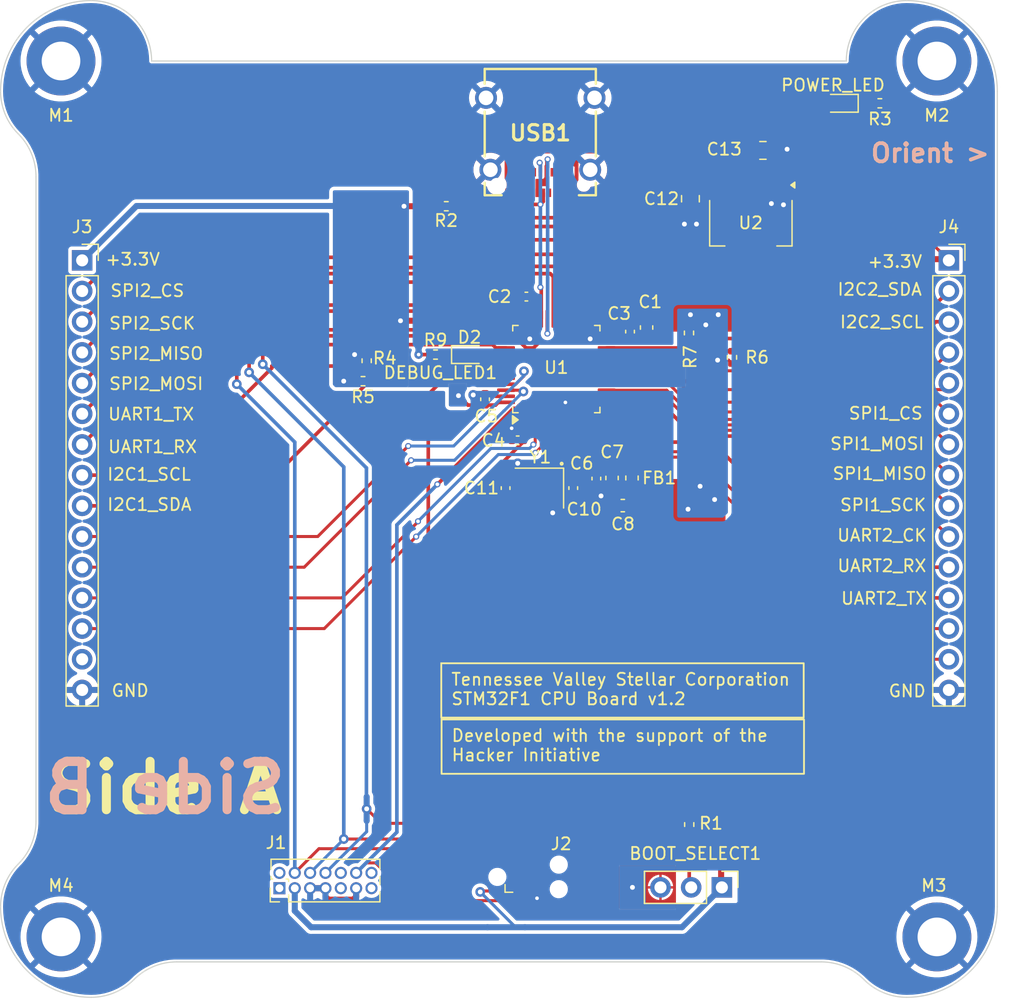
<source format=kicad_pcb>
(kicad_pcb (version 20221018) (generator pcbnew)
  (title_block (title "STM32F1 CPU Board") (date "2024-04-03") (rev "1.1") (company "Tennessee Valley Stellar Corporation"))
  (layers (0 "F.Cu" signal) (31 "B.Cu" power) (34 "B.Paste" user) (35 "F.Paste" user) (36 "B.SilkS" user "B.Silkscreen") (37 "F.SilkS" user "F.Silkscreen") (38 "B.Mask" user) (39 "F.Mask" user) (44 "Edge.Cuts" user))
  (property "PCB_VERSION" "1.2")
  (net 0 "")
  (net 1 "+3.3V")
  (net 2 "GND")
  (net 3 "+3.3VA")
  (net 5 "HSE_IN")
  (net 6 "VBUS")
  (net 7 "/PWR_LED_K")
  (net 8 "/DEBUG_LED")
  (net 9 "/DEBUG_LED_K")
  (net 10 "USB_D-")
  (net 11 "USB_D+")
  (net 12 "SW0")
  (net 13 "/sw_boot0")
  (net 14 "/BOOT0")
  (net 15 "HSE_OUT")
  (net 16 "SWCLK")
  (net 17 "SWDIO")
  (net 18 "CAN_RX")
  (net 19 "CAN_TX")
  (net 20 "I2C1_SDA")
  (net 21 "I2C1_SCL")
  (net 24 "UART1_RX")
  (net 25 "UART1_TX")
  (net 27 "SPI2_MOSI")
  (net 28 "SPI2_MISO")
  (net 29 "SPI2_SCK")
  (net 30 "I2C2_SDA")
  (net 31 "I2C2_SCL")
  (net 32 "UART2_CK")
  (net 33 "SPI1_MOSI")
  (net 34 "SPI1_MISO")
  (net 35 "SPI1_SCK")
  (net 36 "UART2_RX")
  (net 37 "UART2_TX")
  (net 38 "SPI2_CS")
  (net 39 "SPI1_CS")
  (net 43 "NRST")
  (net 58 "Net-(J1-T_SWO)")
  (net 59 "Net-(J2-T_SWO)")
  (net 60 "PWM_4")
  (net 61 "PWM_5")
  (net 62 "PWM_0")
  (net 63 "PWM_1")
  (net 64 "PWM_2")
  (net 65 "PWM_3")
  (footprint "Package_TO_SOT_SMD:SOT-223-3_TabPin2" (layer "F.Cu") (at 162.1 85.9 -90)
    (fp_text reference "U2")
    (fp_text value "AMS1117-3.3")
  )
  (footprint "Resistor_SMD:R_0402_1005Metric" (layer "F.Cu") (at 130.3 97.31 -90)
    (fp_text reference "R4")
    (fp_text value "1k5")
  )
  (footprint "LED_SMD:LED_0603_1608Metric" (layer "F.Cu") (at 138.8125 96.8)
    (fp_text reference "D2")
    (fp_text value "DEBUG_LED1")
  )
  (footprint "Capacitor_SMD:C_0402_1005Metric" (layer "F.Cu") (at 147.4 107.85 -90)
    (fp_text reference "C10")
    (fp_text value "10p")
  )
  (footprint "Inductor_SMD:L_0603_1608Metric" (layer "F.Cu") (at 152.262 107.014 -90)
    (fp_text reference "FB1")
    (fp_text value "120R")
  )
  (footprint "Resistor_SMD:R_0402_1005Metric" (layer "F.Cu") (at 130 99)
    (fp_text reference "R5")
    (fp_text value "1k5")
  )
  (footprint "footprints:12401832E402A" (layer "F.Cu") (at 144.67 78.385 180)
    (fp_text reference "USB1")
    (fp_text value "USB_C_Receptacle_Power_Only" hide)
  )
  (footprint "Capacitor_SMD:C_0603_1608Metric" (layer "F.Cu") (at 153.47 94.56 -90)
    (fp_text reference "C1")
    (fp_text value "10u")
  )
  (footprint "Resistor_SMD:R_0402_1005Metric" (layer "F.Cu") (at 136 96.8 180)
    (fp_text reference "R9")
    (fp_text value "1k5")
  )
  (footprint "Crystal:Crystal_SMD_3225-4Pin_3.2x2.5mm" (layer "F.Cu") (at 144.6 107.85 180)
    (fp_text reference "Y1")
    (fp_text value "16MHz")
  )
  (footprint "Resistor_SMD:R_0402_1005Metric" (layer "F.Cu") (at 172.7775 76)
    (fp_text reference "R3")
    (fp_text value "1k5")
  )
  (footprint "Package_QFP:LQFP-48_7x7mm_P0.5mm" (layer "F.Cu") (at 146 98 90)
    (fp_text reference "U1")
    (fp_text value "STM32F103C8T6")
  )
  (footprint "Capacitor_SMD:C_0603_1608Metric" (layer "F.Cu") (at 151.5 109.3 180)
    (fp_text reference "C8")
    (fp_text value "1u")
  )
  (footprint "Capacitor_SMD:C_0402_1005Metric" (layer "F.Cu") (at 142.8 103.9 180)
    (fp_text reference "C4")
    (fp_text value "100n")
  )
  (footprint "Capacitor_SMD:C_0603_1608Metric" (layer "F.Cu") (at 150.611 107.014 -90)
    (fp_text reference "C7")
    (fp_text value "1u")
  )
  (footprint "Capacitor_SMD:C_0402_1005Metric" (layer "F.Cu") (at 141.8 107.85 90)
    (fp_text reference "C11")
    (fp_text value "10p")
  )
  (footprint "Connector_PinSocket_2.54mm:PinSocket_1x15_P2.54mm_Vertical" (layer "F.Cu") (at 106.75 89)
    (fp_text reference "J3")
    (fp_text value "Conn_01x15_Pin")
  )
  (footprint "Capacitor_SMD:C_0402_1005Metric" (layer "F.Cu") (at 143.52 92)
    (fp_text reference "C2")
    (fp_text value "100n")
  )
  (footprint "Connector_PinHeader_2.54mm:PinHeader_1x03_P2.54mm_Vertical" (layer "F.Cu") (at 159.7 140.9 -90)
    (fp_text reference "BOOT_SELECT1")
    (fp_text value "Conn_01x03_Pin")
  )
  (footprint "MountingHole:MountingHole_3.2mm_M3_ISO7380_Pad_TopBottom" (layer "F.Cu") (at 177.5 145)
    (fp_text reference "M3")
    (fp_text value "M3")
  )
  (footprint "Resistor_SMD:R_0402_1005Metric" (layer "F.Cu") (at 136.89 84.52)
    (fp_text reference "R2")
    (fp_text value "1k5")
  )
  (footprint "MountingHole:MountingHole_3.2mm_M3_ISO7380_Pad_TopBottom" (layer "F.Cu") (at 105 72.5)
    (fp_text reference "M1")
    (fp_text value "M3")
  )
  (footprint "Capacitor_SMD:C_0402_1005Metric" (layer "F.Cu") (at 140.1 100.5 90)
    (fp_text reference "C5")
    (fp_text value "100n")
  )
  (footprint "Resistor_SMD:R_0402_1005Metric" (layer "F.Cu") (at 160.54 97.03 90)
    (fp_text reference "R6")
    (fp_text value "1k5")
  )
  (footprint "Connector_PinHeader_1.27mm:PinHeader_2x07_P1.27mm_Vertical" (layer "F.Cu") (at 123.08 140.97 90)
    (fp_text reference "J1")
    (fp_text value "STLINK_STDC14")
  )
  (footprint "Capacitor_SMD:C_0402_1005Metric" (layer "F.Cu") (at 152.1 94.9 -90)
    (fp_text reference "C3")
    (fp_text value "100n")
  )
  (footprint "Capacitor_SMD:C_0805_2012Metric" (layer "F.Cu") (at 163.1 79.9)
    (fp_text reference "C13")
    (fp_text value "22u")
  )
  (footprint "Connector_PinSocket_2.54mm:PinSocket_1x15_P2.54mm_Vertical" (layer "F.Cu") (at 178.49048 89)
    (fp_text reference "J4")
    (fp_text value "Conn_01x15_Pin")
  )
  (footprint "MountingHole:MountingHole_3.2mm_M3_ISO7380_Pad_TopBottom" (layer "F.Cu") (at 105 145)
    (fp_text reference "M4")
    (fp_text value "M3")
  )
  (footprint "MountingHole:MountingHole_3.2mm_M3_ISO7380_Pad_TopBottom" (layer "F.Cu") (at 177.5 72.5)
    (fp_text reference "M2")
    (fp_text value "M3")
  )
  (footprint "Resistor_SMD:R_0402_1005Metric" (layer "F.Cu") (at 156.98 95.01 -90)
    (fp_text reference "R7")
    (fp_text value "1k5")
  )
  (footprint "Capacitor_SMD:C_0805_2012Metric" (layer "F.Cu") (at 157.1 83.9 -90)
    (fp_text reference "C12")
    (fp_text value "22u")
  )
  (footprint "LED_SMD:LED_0603_1608Metric" (layer "F.Cu") (at 169.5 76 180)
    (fp_text reference "POWER_LED1" hide)
    (fp_text value "POWER_LED")
  )
  (footprint "Connector:Tag-Connect_TC2030-IDC-NL_2x03_P1.27mm_Vertical" (layer "F.Cu") (at 143.66 140.035)
    (fp_text reference "J2")
    (fp_text value "STLINK_TagConnect_6")
  )
  (footprint "Resistor_SMD:R_0402_1005Metric" (layer "F.Cu") (at 157 135.7 90)
    (fp_text reference "R1")
    (fp_text value "10k")
  )
  (footprint "Capacitor_SMD:C_0402_1005Metric" (layer "F.Cu") (at 149.312 107.062 -90)
    (fp_text reference "C6")
    (fp_text value "10n")
  )
  (footprint "NetTie:NetTie-3_SMD_Pad0.5mm" (layer "B.Cu") (at 130.3 134.4 90)
    (fp_text reference "NT1" hide)
    (fp_text value "SWO_Tie" hide)
  )
  (gr_circle (center 146.44 105.83) (end 146.44 105.92) (stroke (width 0.15)) (fill none) (layer "F.SilkS"))
  (gr_arc (start 175.000002 67.499998) (mid 180.303302 69.696698) (end 182.5 74.999998) (stroke (width 0.1)) (layer "Edge.Cuts"))
  (gr_line (start 182.5 74.999998) (end 182.5 142.499998) (stroke (width 0.1)) (layer "Edge.Cuts"))
  (gr_line (start 167.928932 147.071066) (end 114.571068 147.071066) (stroke (width 0.1)) (layer "Edge.Cuts"))
  (gr_line (start 102.928932 135.428932) (end 102.928932 82.071066) (stroke (width 0.1)) (layer "Edge.Cuts"))
  (gr_arc (start 111.035534 148.535534) (mid 109.413417 149.619397) (end 107.5 150) (stroke (width 0.1)) (layer "Edge.Cuts"))
  (gr_arc (start 107.5 150) (mid 102.196699 147.803301) (end 100 142.5) (stroke (width 0.1)) (layer "Edge.Cuts"))
  (gr_line (start 112.5 72.499998) (end 170 72.499998) (stroke (width 0.1)) (layer "Edge.Cuts"))
  (gr_arc (start 170 72.5) (mid 171.464466 68.964464) (end 175.000002 67.499998) (stroke (width 0.1)) (layer "Edge.Cuts"))
  (gr_arc (start 175 149.999998) (mid 173.086583 149.619396) (end 171.464466 148.535532) (stroke (width 0.1)) (layer "Edge.Cuts"))
  (gr_arc (start 101.464466 78.535532) (mid 102.548332 80.157648) (end 102.928932 82.071066) (stroke (width 0.1)) (layer "Edge.Cuts"))
  (gr_arc (start 167.928932 147.071066) (mid 169.842345 147.451677) (end 171.464466 148.535532) (stroke (width 0.1)) (layer "Edge.Cuts"))
  (gr_arc (start 107.5 67.499998) (mid 111.035534 68.964464) (end 112.5 72.499998) (stroke (width 0.1)) (layer "Edge.Cuts"))
  (gr_arc (start 101.464466 78.535532) (mid 100.380602 76.913415) (end 100 74.999998) (stroke (width 0.1)) (layer "Edge.Cuts"))
  (gr_arc (start 102.928932 135.428932) (mid 102.54832 137.342345) (end 101.464466 138.964466) (stroke (width 0.1)) (layer "Edge.Cuts"))
  (gr_arc (start 100 74.999998) (mid 102.196699 69.696697) (end 107.5 67.499998) (stroke (width 0.1)) (layer "Edge.Cuts"))
  (gr_arc (start 182.5 142.499998) (mid 180.303301 147.803299) (end 175 149.999998) (stroke (width 0.1)) (layer "Edge.Cuts"))
  (gr_arc (start 100 142.5) (mid 100.380602 140.586583) (end 101.464466 138.964466) (stroke (width 0.1)) (layer "Edge.Cuts"))
  (gr_arc (start 111.035534 148.535534) (mid 112.657649 147.451667) (end 114.571068 147.071068) (stroke (width 0.1)) (layer "Edge.Cuts"))
  (gr_text "Orient >" (at 182 81) (layer "B.SilkS") (effects (font (size 1.5 1.5) (thickness 0.3) bold) (justify right bottom)))
  (gr_text "Side B" (at 124 135) (layer "B.SilkS") (effects (font (size 4 4) (thickness 0.75) bold) (justify left bottom mirror)))
  (gr_text "UART2_CK" (at 169.16 112.35) (layer "F.SilkS") (effects (font (size 1 1)) (justify left bottom)))
  (gr_text "I2C2_SDA" (at 169.19 91.99) (layer "F.SilkS") (effects (font (size 1 1)) (justify left bottom)))
  (gr_text "SPI2_MISO" (at 108.9 97.3) (layer "F.SilkS") (effects (font (size 1 1)) (justify left bottom)))
  (gr_text "GND" (at 173.42 125.23) (layer "F.SilkS") (effects (font (size 1 1)) (justify left bottom)))
  (gr_text "UART2_TX" (at 169.48 117.57) (layer "F.SilkS") (effects (font (size 1 1)) (justify left bottom)))
  (gr_text "UART1_TX" (at 108.81 102.32) (layer "F.SilkS") (effects (font (size 1 1)) (justify left bottom)))
  (gr_text "SPI1_SCK" (at 169.4 109.83) (layer "F.SilkS") (effects (font (size 1 1)) (justify left bottom)))
  (gr_text "SPI1_MOSI" (at 168.58 104.77) (layer "F.SilkS") (effects (font (size 1 1)) (justify left bottom)))
  (gr_text "+3.3V" (at 171.69 89.69) (layer "F.SilkS") (effects (font (size 1 1)) (justify left bottom)))
  (gr_text "SPI1_MISO" (at 168.78 107.24) (layer "F.SilkS") (effects (font (size 1 1)) (justify left bottom)))
  (gr_text "UART2_RX" (at 169.18 114.87) (layer "F.SilkS") (effects (font (size 1 1)) (justify left bottom)))
  (gr_text "UART1_RX" (at 108.81 105.02) (layer "F.SilkS") (effects (font (size 1 1)) (justify left bottom)))
  (gr_text "SPI1_CS" (at 170.12 102.25) (layer "F.SilkS") (effects (font (size 1 1)) (justify left bottom)))
  (gr_text "Side A" (at 103.5 135) (layer "F.SilkS") (effects (font (size 4 4) (thickness 0.75) bold) (justify left bottom)))
  (gr_text "Orient >" (at 182 81) (layer "F.SilkS") (effects (font (size 1.5 1.5) (thickness 0.3) bold) (justify right bottom)))
  (gr_text "SPI2_CS" (at 109 92.1) (layer "F.SilkS") (effects (font (size 1 1)) (justify left bottom)))
  (gr_text "GND" (at 109.1 125.2) (layer "F.SilkS") (effects (font (size 1 1)) (justify left bottom)))
  (gr_text "+3.3V" (at 108.6 89.5) (layer "F.SilkS") (effects (font (size 1 1)) (justify left bottom)))
  (gr_text "I2C2_SCL" (at 169.39 94.69) (layer "F.SilkS") (effects (font (size 1 1)) (justify left bottom)))
  (gr_text "SPI2_SCK" (at 108.9 94.8) (layer "F.SilkS") (effects (font (size 1 1)) (justify left bottom)))
  (gr_text "SPI2_MOSI" (at 108.9 99.8) (layer "F.SilkS") (effects (font (size 1 1)) (justify left bottom)))
  (gr_text "I2C1_SDA" (at 108.74 109.8) (layer "F.SilkS") (effects (font (size 1 1)) (justify left bottom)))
  (gr_text "I2C1_SCL" (at 108.74 107.3) (layer "F.SilkS") (effects (font (size 1 1)) (justify left bottom)))
  (gr_text_box "Tennessee Valley Stellar Corporation\nSTM32F1 CPU Board v${PCB_VERSION}\n" (start 136.475 122.35) (end 166.475 126.85) (layer "F.SilkS") (effects (font (size 1 1)) (justify left top)) (stroke (width 0.15)))
  (gr_text_box "Developed with the support of the Hacker Initiative" (start 136.5 127) (end 166.5 131.5) (layer "F.SilkS") (effects (font (size 1 1)) (justify left top)) (stroke (width 0.15)))
  (segment (start 162.1 82.75) (end 162.1 79.95) (width 0.5) (layer "F.Cu") (net 1))
  (segment (start 168.7125 76) (end 166.05 76) (width 0.25) (layer "F.Cu") (net 1))
  (segment (start 143.04 93.7275) (end 143.15 93.8375) (width 0.5) (layer "F.Cu") (net 1))
  (segment (start 140.31 106.97) (end 143.28 104) (width 0.3) (layer "F.Cu") (net 1))
  (segment (start 162.25 88.9) (end 162.1 89.05) (width 0.5) (layer "F.Cu") (net 1))
  (segment (start 159.64 109.34) (end 159.1 108.8) (width 0.5) (layer "F.Cu") (net 1))
  (segment (start 159.35 97.26) (end 160.26 97.26) (width 0.25) (layer "F.Cu") (net 1))
  (segment (start 150.9925 94.42) (end 152.1 94.42) (width 0.3) (layer "F.Cu") (net 1))
  (segment (start 178.49048 89) (end 178.39048 88.9) (width 0.5) (layer "F.Cu") (net 1))
  (segment (start 141.8375 100.75) (end 141.2 100.75) (width 0.3) (layer "F.Cu") (net 1))
  (segment (start 178.39048 88.9) (end 162.25 88.9) (width 0.5) (layer "F.Cu") (net 1))
  (segment (start 140.97 100.98) (end 140.1 100.98) (width 0.3) (layer "F.Cu") (net 1))
  (segment (start 141.2 100.75) (end 140.97 100.98) (width 0.3) (layer "F.Cu") (net 1))
  (segment (start 160.26 97.26) (end 160.54 97.54) (width 0.25) (layer "F.Cu") (net 1))
  (segment (start 159.7 140.9) (end 159.64 140.84) (width 0.5) (layer "F.Cu") (net 1))
  (segment (start 139.7 141.275) (end 139.775 141.2) (width 0.25) (layer "F.Cu") (net 1))
  (segment (start 152.262 107.8015) (end 152.262 109.287) (width 0.5) (layer "F.Cu") (net 1))
  (segment (start 143.25 103.87) (end 143.28 103.9) (width 0.3) (layer "F.Cu") (net 1))
  (segment (start 138.68 100.98) (end 137.9 100.2) (width 0.3) (layer "F.Cu") (net 1))
  (segment (start 152.37 94.15) (end 152.1 94.42) (width 0.5) (layer "F.Cu") (net 1))
  (segment (start 150.1625 95.25) (end 150.9925 94.42) (width 0.3) (layer "F.Cu") (net 1))
  (segment (start 133.39 84.52) (end 136.38 84.52) (width 0.5) (layer "F.Cu") (net 1))
  (segment (start 142.07 110.67) (end 140.31 108.91) (width 0.3) (layer "F.Cu") (net 1))
  (segment (start 143.28 104) (end 143.28 103.9) (width 0.3) (layer "F.Cu") (net 1))
  (segment (start 162.1 79.95) (end 162.15 79.9) (width 0.5) (layer "F.Cu") (net 1))
  (segment (start 159.64 140.84) (end 159.64 109.34) (width 0.5) (layer "F.Cu") (net 1))
  (segment (start 143.25 102.1625) (end 143.25 103.87) (width 0.3) (layer "F.Cu") (net 1))
  (segment (start 129.49 99) (end 128.4 99) (width 0.3) (layer "F.Cu") (net 1))
  (segment (start 140.1 100.98) (end 138.68 100.98) (width 0.3) (layer "F.Cu") (net 1))
  (segment (start 166.05 76) (end 162.15 79.9) (width 0.25) (layer "F.Cu") (net 1))
  (segment (start 143.04 92) (end 143.04 93.7275) (width 0.5) (layer "F.Cu") (net 1))
  (segment (start 129.3 96.8) (end 130.3 96.8) (width 0.5) (layer "F.Cu") (net 1))
  (segment (start 168.7125 76) (end 168.7125 79.22202) (width 0.25) (layer "F.Cu") (net 1))
  (segment (start 155.83 110.67) (end 142.07 110.67) (width 0.3) (layer "F.Cu") (net 1))
  (segment (start 141.04 94) (end 143.04 92) (width 0.5) (layer "F.Cu") (net 1))
  (segment (start 143.25 93.8375) (end 143.25 93.2) (width 0.3) (layer "F.Cu") (net 1))
  (segment (start 153.4 94.15) (end 152.37 94.15) (width 0.5) (layer "F.Cu") (net 1))
  (segment (start 152.262 109.287) (end 152.275 109.3) (width 0.5) (layer "F.Cu") (net 1))
  (segment (start 140.31 108.91) (end 140.31 106.97) (width 0.3) (layer "F.Cu") (net 1))
  (segment (start 168.7125 79.22202) (end 178.49048 89) (width 0.25) (layer "F.Cu") (net 1))
  (segment (start 141.93 141.2) (end 142.46 140.67) (width 0.25) (layer "F.Cu") (net 1))
  (segment (start 133.1 94) (end 141.04 94) (width 0.5) (layer "F.Cu") (net 1))
  (segment (start 156.9 109.6) (end 155.83 110.67) (width 0.3) (layer "F.Cu") (net 1))
  (segment (start 139.775 141.2) (end 141.93 141.2) (width 0.25) (layer "F.Cu") (net 1))
  (via (at 133.1 94) (size 0.8) (drill 0.4) (layers "F.Cu" "B.Cu") (net 1))
  (via (at 157.9 107.7) (size 0.8) (drill 0.4) (layers "F.Cu" "B.Cu") (net 1))
  (via (at 159.4 93.5) (size 0.8) (drill 0.4) (layers "F.Cu" "B.Cu") (net 1))
  (via (at 156.9 109.6) (size 0.8) (drill 0.4) (layers "F.Cu" "B.Cu") (net 1))
  (via (at 157.1 93.5) (size 0.8) (drill 0.4) (layers "F.Cu" "B.Cu") (net 1))
  (via (at 128.4 99) (size 0.8) (drill 0.4) (layers "F.Cu" "B.Cu") (net 1))
  (via (at 159.35 97.26) (size 0.8) (drill 0.4) (layers "F.Cu" "B.Cu") (net 1))
  (via (at 159.1 108.8) (size 0.8) (drill 0.4) (layers "F.Cu" "B.Cu") (net 1))
  (via (at 139.7 141.275) (size 0.8) (drill 0.4) (layers "F.Cu" "B.Cu") (net 1))
  (via (at 129.3 96.8) (size 0.8) (drill 0.4) (layers "F.Cu" "B.Cu") (net 1))
  (via (at 158.37 94.34) (size 0.8) (drill 0.4) (layers "F.Cu" "B.Cu") (net 1))
  (via (at 133.39 84.52) (size 0.8) (drill 0.4) (layers "F.Cu" "B.Cu") (net 1))
  (via (at 137.9 100.2) (size 0.8) (drill 0.4) (layers "F.Cu" "B.Cu") (net 1))
  (segment (start 142.625 144.2) (end 143.4 144.2) (width 0.25) (layer "B.Cu") (net 1))
  (segment (start 125.7 144.2) (end 124.35 142.85) (width 0.5) (layer "B.Cu") (net 1))
  (segment (start 156.4 144.2) (end 143.4 144.2) (width 0.5) (layer "B.Cu") (net 1))
  (segment (start 133.37 84.5) (end 111.25 84.5) (width 0.5) (layer "B.Cu") (net 1))
  (segment (start 133.41 84.5) (end 133.39 84.52) (width 0.5) (layer "B.Cu") (net 1))
  (segment (start 143.4 144.2) (end 140.3 144.2) (width 0.5) (layer "B.Cu") (net 1))
  (segment (start 159.7 140.9) (end 156.4 144.2) (width 0.5) (layer "B.Cu") (net 1))
  (segment (start 133.39 84.52) (end 133.37 84.5) (width 0.5) (layer "B.Cu") (net 1))
  (segment (start 111.25 84.5) (end 106.75 89) (width 0.5) (layer "B.Cu") (net 1))
  (segment (start 124.35 142.85) (end 124.35 140.97) (width 0.5) (layer "B.Cu") (net 1))
  (segment (start 139.7 141.275) (end 142.625 144.2) (width 0.25) (layer "B.Cu") (net 1))
  (segment (start 140.3 144.2) (end 125.7 144.2) (width 0.5) (layer "B.Cu") (net 1))
  (segment (start 143.75 92.998958) (end 144 92.748958) (width 0.3) (layer "F.Cu") (net 2))
  (segment (start 150.611 107.789) (end 150.611 109.186) (width 0.5) (layer "F.Cu") (net 2))
  (segment (start 174 76) (end 177.5 72.5) (width 0.25) (layer "F.Cu") (net 2))
  (segment (start 150.611 107.789) (end 150.411 107.789) (width 0.5) (layer "F.Cu") (net 2))
  (segment (start 144.93 140.67) (end 144.93 141.27) (width 0.5) (layer "F.Cu") (net 2))
  (segment (start 129.43 140.97) (end 129.43 141.677106) (width 0.5) (layer "F.Cu") (net 2))
  (segment (start 143.5 107) (end 142.17 107) (width 0.3) (layer "F.Cu") (net 2))
  (segment (start 150.411 107.789) (end 149.7 108.5) (width 0.5) (layer "F.Cu") (net 2))
  (segment (start 153.425 95.38) (end 152.1 95.38) (width 0.5) (layer "F.Cu") (net 2))
  (segment (start 164.4 82.75) (end 164.4 80.25) (width 0.5) (layer "F.Cu") (net 2))
  (segment (start 142.32 103.9) (end 142.3 102.9) (width 0.3) (layer "F.Cu") (net 2))
  (segment (start 173.2875 76) (end 174 76) (width 0.25) (layer "F.Cu") (net 2))
  (segment (start 151.73 95.75) (end 152.1 95.38) (width 0.3) (layer "F.Cu") (net 2))
  (segment (start 146.750382 100.760492) (end 146.750382 101.249618) (width 0.3) (layer "F.Cu") (net 2))
  (segment (start 149.05 95.75) (end 148.8 95.5) (width 0.3) (layer "F.Cu") (net 2))
  (segment (start 127.132894 141.92) (end 126.89 141.677106) (width 0.5) (layer "F.Cu") (net 2))
  (segment (start 143.5 106.5) (end 142.8 105.8) (width 0.3) (layer "F.Cu") (net 2))
  (segment (start 129.43 141.677106) (end 129.187106 141.92) (width 0.5) (layer "F.Cu") (net 2))
  (segment (start 126.89 141.677106) (end 126.89 140.97) (width 0.5) (layer "F.Cu") (net 2))
  (segment (start 149.559 107.789) (end 149.312 107.542) (width 0.5) (layer "F.Cu") (net 2))
  (segment (start 153.47 95.335) (end 153.425 95.38) (width 0.5) (layer "F.Cu") (net 2))
  (segment (start 143.75 93.8375) (end 143.75 95.45) (width 0.3) (layer "F.Cu") (net 2))
  (segment (start 148.59 81.71) (end 148.8 81.5) (width 0.25) (layer "F.Cu") (net 2))
  (segment (start 146.750382 101.249618) (end 146.75 101.25) (width 0.3) (layer "F.Cu") (net 2))
  (segment (start 144 92.748958) (end 144 92) (width 0.3) (layer "F.Cu") (net 2))
  (segment (start 140.998958 100.25) (end 140.768958 100.02) (width 0.3) (layer "F.Cu") (net 2))
  (segment (start 139.24 100.02) (end 139.12 100.14) (width 0.3) (layer "F.Cu") (net 2))
  (segment (start 144.93 141.27) (end 144.4 141.8) (width 0.5) (layer "F.Cu") (net 2))
  (segment (start 143.5 107) (end 143.5 106.5) (width 0.3) (layer "F.Cu") (net 2))
  (segment (start 142.3 102.9) (end 142.32 102.92) (width 0.3) (layer "F.Cu") (net 2))
  (segment (start 145.7 108.7) (end 147.03 108.7) (width 0.3) (layer "F.Cu") (net 2))
  (segment (start 150.1625 95.75) (end 151.73 95.75) (width 0.3) (layer "F.Cu") (net 2))
  (segment (start 146.75 101.25) (end 146.75 102.1625) (width 0.3) (layer "F.Cu") (net 2))
  (segment (start 142.17 107) (end 141.8 107.37) (width 0.3) (layer "F.Cu") (net 2))
  (segment (start 150.611 109.186) (end 150.725 109.3) (width 0.5) (layer "F.Cu") (net 2))
  (segment (start 135.49 96.8) (end 134.6 96.8) (width 0.3) (layer "F.Cu") (net 2))
  (segment (start 145.7 108.7) (end 145.7 109.9) (width 0.3) (layer "F.Cu") (net 2))
  (segment (start 143.75 95.45) (end 143.8 95.5) (width 0.3) (layer "F.Cu") (net 2))
  (segment (start 140.768958 100.02) (end 140.1 100.02) (width 0.3) (layer "F.Cu") (net 2))
  (segment (start 150.1625 95.75) (end 149.05 95.75) (width 0.3) (layer "F.Cu") (net 2))
  (segment (start 164.4 80.25) (end 164.05 79.9) (width 0.5) (layer "F.Cu") (net 2))
  (segment (start 140.1 100.02) (end 139.24 100.02) (width 0.3) (layer "F.Cu") (net 2))
  (segment (start 147.03 108.7) (end 147.4 108.33) (width 0.3) (layer "F.Cu") (net 2))
  (segment (start 129.187106 141.92) (end 127.132894 141.92) (width 0.5) (layer "F.Cu") (net 2))
  (segment (start 125.62 140.97) (end 126.89 140.97) (width 0.5) (layer "F.Cu") (net 2))
  (segment (start 141.8375 100.25) (end 140.998958 100.25) (width 0.3) (layer "F.Cu") (net 2))
  (segment (start 150.611 107.789) (end 149.559 107.789) (width 0.5) (layer "F.Cu") (net 2))
  (segment (start 143.75 93.8375) (end 143.75 92.998958) (width 0.3) (layer "F.Cu") (net 2))
  (via (at 145.7 109.9) (size 0.8) (drill 0.4) (layers "F.Cu" "B.Cu") (net 2))
  (via (at 139.12 100.14) (size 0.8) (drill 0.4) (layers "F.Cu" "B.Cu") (net 2))
  (via (at 156.6 86) (size 0.8) (drill 0.4) (layers "F.Cu" "B.Cu") (net 2))
  (via (at 146.750382 100.760492) (size 0.7) (drill 0.3) (layers "F.Cu" "B.Cu") (net 2))
  (via (at 149.7 108.5) (size 0.8) (drill 0.4) (layers "F.Cu" "B.Cu") (net 2))
  (via (at 157.6 86) (size 0.8) (drill 0.4) (layers "F.Cu" "B.Cu") (net 2))
  (via (at 142.3 102.9) (size 0.7) (drill 0.3) (layers "F.Cu" "B.Cu") (net 2))
  (via (at 144.4 141.8) (size 0.5) (drill 0.3) (layers "F.Cu" "B.Cu") (net 2))
  (via (at 164.8 84.4) (size 0.8) (drill 0.4) (layers "F.Cu" "B.Cu") (net 2))
  (via (at 142.8 105.8) (size 0.8) (drill 0.4) (layers "F.Cu" "B.Cu") (net 2))
  (via (at 148.8 95.5) (size 0.8) (drill 0.4) (layers "F.Cu" "B.Cu") (net 2))
  (via (at 152.3 140.9) (size 0.8) (drill 0.4) (layers "F.Cu" "B.Cu") (net 2))
  (via (at 163.8 84.3) (size 0.8) (drill 0.4) (layers "F.Cu" "B.Cu") (net 2))
  (via (at 165.1 79.8) (size 0.8) (drill 0.4) (layers "F.Cu" "B.Cu") (net 2))
  (via (at 143.8 95.5) (size 0.8) (drill 0.4) (layers "F.Cu" "B.Cu") (net 2))
  (via (at 134.6 96.8) (size 0.7) (drill 0.3) (layers "F.Cu" "B.Cu") (net 2))
  (segment (start 149.655 106.239) (end 149.312 106.582) (width 0.5) (layer "F.Cu") (net 3))
  (segment (start 150.611 106.239) (end 149.655 106.239) (width 0.5) (layer "F.Cu") (net 3))
  (segment (start 152.262 106.2265) (end 150.6235 106.2265) (width 0.5) (layer "F.Cu") (net 3))
  (segment (start 147.25 102.1625) (end 147.25 104.52) (width 0.3) (layer "F.Cu") (net 3))
  (segment (start 150.6235 106.2265) (end 150.611 106.239) (width 0.5) (layer "F.Cu") (net 3))
  (segment (start 147.25 104.52) (end 149.312 106.582) (width 0.3) (layer "F.Cu") (net 3))
  (segment (start 145.75 102.1625) (end 145.75 106.95) (width 0.3) (layer "F.Cu") (net 5))
  (segment (start 146.85 107) (end 145.7 107) (width 0.3) (layer "F.Cu") (net 5))
  (segment (start 147.22 107.37) (end 146.85 107) (width 0.3) (layer "F.Cu") (net 5))
  (segment (start 145.75 106.95) (end 145.7 107) (width 0.3) (layer "F.Cu") (net 5))
  (segment (start 147.4 107.37) (end 147.22 107.37) (width 0.3) (layer "F.Cu") (net 5))
  (segment (start 157.1 82.95) (end 155.84 84.21) (width 0.5) (layer "F.Cu") (net 6))
  (segment (start 145.92 83.41) (end 145.92 82.61) (width 0.25) (layer "F.Cu") (net 6))
  (segment (start 146.17 82.36) (end 146.17 81.71) (width 0.25) (layer "F.Cu") (net 6))
  (segment (start 145.92 82.61) (end 146.17 82.36) (width 0.25) (layer "F.Cu") (net 6))
  (segment (start 143.67 82.36) (end 143.67 81.71) (width 0.25) (layer "F.Cu") (net 6))
  (segment (start 144.2 79.9) (end 154.05 79.9) (width 0.5) (layer "F.Cu") (net 6))
  (segment (start 146.11 84.21) (end 146.1 84.2) (width 0.5) (layer "F.Cu") (net 6))
  (segment (start 159.6 82.95) (end 159.8 82.75) (width 0.25) (layer "F.Cu") (net 6))
  (segment (start 145.92 83.41) (end 145.92 84.02) (width 0.25) (layer "F.Cu") (net 6))
  (segment (start 146.17 81.13) (end 146.17 81.71) (width 0.25) (layer "F.Cu") (net 6))
  (segment (start 143.42 82.61) (end 143.67 82.36) (width 0.25) (layer "F.Cu") (net 6))
  (segment (start 143.67 81.71) (end 143.67 81.089239) (width 0.25) (layer "F.Cu") (net 6))
  (segment (start 159.8 82.75) (end 159.8 82.2) (width 0.5) (layer "F.Cu") (net 6))
  (segment (start 143.42 83.41) (end 143.42 82.61) (width 0.25) (layer "F.Cu") (net 6))
  (segment (start 143.67 80.43) (end 144.2 79.9) (width 0.5) (layer "F.Cu") (net 6))
  (segment (start 155.84 84.21) (end 146.11 84.21) (width 0.5) (layer "F.Cu") (net 6))
  (segment (start 143.67 80.91) (end 143.67 80.43) (width 0.5) (layer "F.Cu") (net 6))
  (segment (start 147.4 79.9) (end 146.17 81.13) (width 0.25) (layer "F.Cu") (net 6))
  (segment (start 159.8 82.75) (end 157.3 82.75) (width 0.5) (layer "F.Cu") (net 6))
  (segment (start 154.05 79.9) (end 157.1 82.95) (width 0.5) (layer "F.Cu") (net 6))
  (segment (start 145.92 84.02) (end 146.1 84.2) (width 0.25) (layer "F.Cu") (net 6))
  (segment (start 170.2875 76) (end 172.2675 76) (width 0.5) (layer "F.Cu") (net 7))
  (segment (start 141.8375 96.75) (end 139.65 96.75) (width 0.3) (layer "F.Cu") (net 8))
  (segment (start 139.65 96.75) (end 139.6 96.8) (width 0.3) (layer "F.Cu") (net 8))
  (segment (start 138.025 96.8) (end 136.51 96.8) (width 0.3) (layer "F.Cu") (net 9))
  (segment (start 145.25 95.05) (end 145.26 95.06) (width 0.2) (layer "F.Cu") (net 10))
  (segment (start 145.25 93.8375) (end 145.25 95.05) (width 0.3) (layer "F.Cu") (net 10))
  (segment (start 145.17 81.218529) (end 145.17 81.71) (width 0.3) (layer "F.Cu") (net 10))
  (segment (start 145.28 80.638099) (end 145.22 80.698099) (width 0.3) (layer "F.Cu") (net 10))
  (segment (start 145.22 80.698099) (end 145.22 81.168529) (width 0.3) (layer "F.Cu") (net 10))
  (segment (start 145.22 81.168529) (end 145.17 81.218529) (width 0.3) (layer "F.Cu") (net 10))
  (segment (start 145.21 81.67) (end 145.17 81.71) (width 0.2) (layer "F.Cu") (net 10))
  (segment (start 145.2 93.7875) (end 145.25 93.8375) (width 0.2) (layer "F.Cu") (net 10))
  (segment (start 145.200003 81.679997) (end 145.17 81.71) (width 0.2) (layer "F.Cu") (net 10))
  (via (at 145.28 80.638099) (size 0.5) (drill 0.3) (layers "F.Cu" "B.Cu") (net 10))
  (via (at 145.26 95.06) (size 0.5) (drill 0.3) (layers "F.Cu" "B.Cu") (net 10))
  (segment (start 145.28 95.04) (end 145.28 80.638099) (width 0.3) (layer "B.Cu") (net 10))
  (segment (start 145.26 95.06) (end 145.28 95.04) (width 0.3) (layer "B.Cu") (net 10))
  (segment (start 144.75 91.3) (end 144.75 93.8375) (width 0.3) (layer "F.Cu") (net 11))
  (segment (start 144.67 80.97) (end 144.67 81.71) (width 0.3) (layer "F.Cu") (net 11))
  (segment (start 144.92 84.13) (end 144.92 83.41) (width 0.3) (layer "F.Cu") (net 11))
  (segment (start 144.62 80.92) (end 144.67 80.97) (width 0.3) (layer "F.Cu") (net 11))
  (segment (start 144.68 91.23) (end 144.75 91.3) (width 0.3) (layer "F.Cu") (net 11))
  (segment (start 137.55 84.37) (end 137.4 84.52) (width 0.3) (layer "F.Cu") (net 11))
  (segment (start 144.68 84.37) (end 137.55 84.37) (width 0.3) (layer "F.Cu") (net 11))
  (segment (start 144.68 84.37) (end 144.92 84.13) (width 0.3) (layer "F.Cu") (net 11))
  (via (at 144.68 84.37) (size 0.5) (drill 0.3) (layers "F.Cu" "B.Cu") (net 11))
  (via (at 144.68 91.23) (size 0.5) (drill 0.3) (layers "F.Cu" "B.Cu") (net 11))
  (via (at 144.62 80.92) (size 0.5) (drill 0.3) (layers "F.Cu" "B.Cu") (net 11))
  (segment (start 144.68 91.23) (end 144.68 80.98) (width 0.3) (layer "B.Cu") (net 11))
  (segment (start 144.68 80.98) (end 144.62 80.92) (width 0.3) (layer "B.Cu") (net 11))
  (segment (start 121.7 96.8) (end 122.525 95.975) (width 0.3) (layer "F.Cu") (net 12))
  (segment (start 122.525 95.975) (end 140.72188 95.975) (width 0.3) (layer "F.Cu") (net 12))
  (segment (start 140.72188 95.975) (end 140.99688 96.25) (width 0.3) (layer "F.Cu") (net 12))
  (segment (start 121.7 97.6) (end 121.7 96.8) (width 0.3) (layer "F.Cu") (net 12))
  (segment (start 140.99688 96.25) (end 141.8375 96.25) (width 0.3) (layer "F.Cu") (net 12))
  (via (at 121.7 97.6) (size 0.8) (drill 0.4) (layers "F.Cu" "B.Cu") (net 12))
  (segment (start 130.3 133.4) (end 130.2805 133.3805) (width 0.3) (layer "B.Cu") (net 12))
  (segment (start 130.2805 106.1805) (end 121.7 97.6) (width 0.3) (layer "B.Cu") (net 12))
  (segment (start 130.2805 133.3805) (end 130.2805 106.1805) (width 0.3) (layer "B.Cu") (net 12))
  (segment (start 157 136.21) (end 157 140.74) (width 0.3) (layer "F.Cu") (net 13))
  (segment (start 157 140.74) (end 157.16 140.9) (width 0.3) (layer "F.Cu") (net 13))
  (segment (start 136.75 98.75) (end 135.4 100.1) (width 0.3) (layer "F.Cu") (net 14))
  (segment (start 135.4 113.59) (end 157 135.19) (width 0.3) (layer "F.Cu") (net 14))
  (segment (start 135.4 100.1) (end 135.4 113.59) (width 0.3) (layer "F.Cu") (net 14))
  (segment (start 141.8375 98.75) (end 136.75 98.75) (width 0.3) (layer "F.Cu") (net 14))
  (segment (start 144.55 108.35) (end 144.2 108.7) (width 0.3) (layer "F.Cu") (net 15))
  (segment (start 145.25 102.1625) (end 145.25 103.00312) (width 0.3) (layer "F.Cu") (net 15))
  (segment (start 145.25 102.1625) (end 145.25 105.23) (width 0.3) (layer "F.Cu") (net 15))
  (segment (start 141.8 108.33) (end 142.08 108.33) (width 0.3) (layer "F.Cu") (net 15))
  (segment (start 144.55 105.93) (end 144.55 108.35) (width 0.3) (layer "F.Cu") (net 15))
  (segment (start 145.25 105.23) (end 144.55 105.93) (width 0.3) (layer "F.Cu") (net 15))
  (segment (start 144.2 108.7) (end 143.5 108.7) (width 0.3) (layer "F.Cu") (net 15))
  (segment (start 142.45 108.7) (end 143.5 108.7) (width 0.3) (layer "F.Cu") (net 15))
  (segment (start 142.08 108.33) (end 142.45 108.7) (width 0.3) (layer "F.Cu") (net 15))
  (segment (start 128.4055 136.9) (end 141.23 136.9) (width 0.25) (layer "F.Cu") (net 16))
  (segment (start 120.570023 96.829977) (end 120.570023 98.270023) (width 0.3) (layer "F.Cu") (net 16))
  (segment (start 141.8375 95.25) (end 122.15 95.25) (width 0.3) (layer "F.Cu") (net 16))
  (segment (start 141.23 136.9) (end 143.73 139.4) (width 0.25) (layer "F.Cu") (net 16))
  (segment (start 122.15 95.25) (end 120.570023 96.829977) (width 0.3) (layer "F.Cu") (net 16))
  (via (at 128.4055 136.9) (size 0.8) (drill 0.4) (layers "F.Cu" "B.Cu") (net 16))
  (via (at 120.570023 98.270023) (size 0.8) (drill 0.4) (layers "F.Cu" "B.Cu") (net 16))
  (segment (start 120.570023 98.270023) (end 128.4055 106.1055) (width 0.3) (layer "B.Cu") (net 16))
  (segment (start 128.4055 106.1055) (end 128.4055 136.9) (width 0.3) (layer "B.Cu") (net 16))
  (segment (start 128.4055 136.9) (end 128.4055 136.9145) (width 0.25) (layer "B.Cu") (net 16))
  (segment (start 128.4055 136.9145) (end 125.62 139.7) (width 0.25) (layer "B.Cu") (net 16))
  (segment (start 144.110661 96.25) (end 143.489339 96.25) (width 0.3) (layer "F.Cu") (net 17))
  (segment (start 144.55 95.189339) (end 144.55 95.810661) (width 0.3) (layer "F.Cu") (net 17))
  (segment (start 126.35 137.7) (end 124.35 139.7) (width 0.25) (layer "F.Cu") (net 17))
  (segment (start 142.998958 94.927078) (end 142.82188 94.75) (width 0.3) (layer "F.Cu") (net 17))
  (segment (start 121.35 94.75) (end 119.55 96.55) (width 0.3) (layer "F.Cu") (net 17))
  (segment (start 142.82188 94.75) (end 121.35 94.75) (width 0.3) (layer "F.Cu") (net 17))
  (segment (start 142.46 139.4) (end 140.76 137.7) (width 0.25) (layer "F.Cu") (net 17))
  (segment (start 144.25 94.889339) (end 144.55 95.189339) (width 0.3) (layer "F.Cu") (net 17))
  (segment (start 144.55 95.810661) (end 144.110661 96.25) (width 0.3) (layer "F.Cu") (net 17))
  (segment (start 119.55 96.55) (end 119.55 99.25) (width 0.3) (layer "F.Cu") (net 17))
  (segment (start 143.489339 96.25) (end 142.998958 95.759619) (width 0.3) (layer "F.Cu") (net 17))
  (segment (start 144.25 93.8375) (end 144.25 94.889339) (width 0.3) (layer "F.Cu") (net 17))
  (segment (start 142.998958 95.759619) (end 142.998958 94.927078) (width 0.3) (layer "F.Cu") (net 17))
  (segment (start 140.76 137.7) (end 126.35 137.7) (width 0.25) (layer "F.Cu") (net 17))
  (via (at 119.55 99.25) (size 0.8) (drill 0.4) (layers "F.Cu" "B.Cu") (net 17))
  (segment (start 119.55 99.25) (end 124.35 104.05) (width 0.3) (layer "B.Cu") (net 17))
  (segment (start 124.35 104.05) (end 124.35 139.7) (width 0.3) (layer "B.Cu") (net 17))
  (segment (start 142.642764 99.25) (end 141.8375 99.25) (width 0.25) (layer "F.Cu") (net 18))
  (segment (start 133.74 104.37) (end 126.25 111.86) (width 0.25) (layer "F.Cu") (net 18))
  (segment (start 126.25 111.86) (end 106.75 111.86) (width 0.25) (layer "F.Cu") (net 18))
  (segment (start 143.32 98.18) (end 143.32 98.572764) (width 0.25) (layer "F.Cu") (net 18))
  (segment (start 143.32 98.572764) (end 142.642764 99.25) (width 0.25) (layer "F.Cu") (net 18))
  (via (at 143.32 98.18) (size 0.8) (drill 0.4) (layers "F.Cu" "B.Cu") (net 18))
  (via (at 133.74 104.37) (size 0.5) (drill 0.3) (layers "F.Cu" "B.Cu") (net 18))
  (segment (start 137.5 104.37) (end 133.74 104.37) (width 0.25) (layer "B.Cu") (net 18))
  (segment (start 143.32 98.18) (end 143.32 98.55) (width 0.25) (layer "B.Cu") (net 18))
  (segment (start 143.32 98.55) (end 137.5 104.37) (width 0.25) (layer "B.Cu") (net 18))
  (segment (start 143.16807 99.75) (end 141.8375 99.75) (width 0.25) (layer "F.Cu") (net 19))
  (segment (start 143.274035 99.855965) (end 143.16807 99.75) (width 0.25) (layer "F.Cu") (net 19))
  (segment (start 133.98 105.55) (end 125.13 114.4) (width 0.25) (layer "F.Cu") (net 19))
  (segment (start 125.13 114.4) (end 106.75 114.4) (width 0.25) (layer "F.Cu") (net 19))
  (via (at 133.98 105.55) (size 0.5) (drill 0.3) (layers "F.Cu" "B.Cu") (net 19))
  (via (at 143.274035 99.855965) (size 0.8) (drill 0.4) (layers "F.Cu" "B.Cu") (net 19))
  (segment (start 141.67 101.46) (end 141.66 101.46) (width 0.25) (layer "B.Cu") (net 19))
  (segment (start 137.57 105.55) (end 133.98 105.55) (width 0.25) (layer "B.Cu") (net 19))
  (segment (start 141.66 101.46) (end 137.57 105.55) (width 0.25) (layer "B.Cu") (net 19))
  (segment (start 143.274035 99.855965) (end 141.67 101.46) (width 0.25) (layer "B.Cu") (net 19))
  (segment (start 106.75 109.32) (end 106.75 108.642894) (width 0.3) (layer "F.Cu") (net 20))
  (segment (start 120.19 109.32) (end 106.75 109.32) (width 0.3) (layer "F.Cu") (net 20))
  (segment (start 141.8375 98.25) (end 131.26 98.25) (width 0.3) (layer "F.Cu") (net 20))
  (segment (start 131.26 98.25) (end 130.51 99) (width 0.3) (layer "F.Cu") (net 20))
  (segment (start 130.51 99) (end 120.19 109.32) (width 0.3) (layer "F.Cu") (net 20))
  (segment (start 122.45 97.75) (end 122.45 97.910661) (width 0.3) (layer "F.Cu") (net 21))
  (segment (start 122.45 97.910661) (end 113.580661 106.78) (width 0.3) (layer "F.Cu") (net 21))
  (segment (start 113.580661 106.78) (end 106.75 106.78) (width 0.3) (layer "F.Cu") (net 21))
  (segment (start 141.8375 97.75) (end 122.45 97.75) (width 0.3) (layer "F.Cu") (net 21))
  (segment (start 145.5 90.1) (end 145.75 90.35) (width 0.3) (layer "F.Cu") (net 24))
  (segment (start 117.79 93.2) (end 140.4 93.2) (width 0.3) (layer "F.Cu") (net 24))
  (segment (start 143.5 90.1) (end 145.5 90.1) (width 0.3) (layer "F.Cu") (net 24))
  (segment (start 145.75 90.35) (end 145.75 93.8375) (width 0.3) (layer "F.Cu") (net 24))
  (segment (start 106.75 104.24) (end 117.79 93.2) (width 0.3) (layer "F.Cu") (net 24))
  (segment (start 140.4 93.2) (end 143.5 90.1) (width 0.3) (layer "F.Cu") (net 24))
  (segment (start 146.25 89.864839) (end 145.986029 89.600868) (width 0.3) (layer "F.Cu") (net 25))
  (segment (start 139.8 92.7) (end 115.75 92.7) (width 0.3) (layer "F.Cu") (net 25))
  (segment (start 146.25 93.8375) (end 146.25 89.864839) (width 0.3) (layer "F.Cu") (net 25))
  (segment (start 145.88516 89.5) (end 143 89.5) (width 0.3) (layer "F.Cu") (net 25))
  (segment (start 143 89.5) (end 139.8 92.7) (width 0.3) (layer "F.Cu") (net 25))
  (segment (start 146.04258 89.65742) (end 145.88516 89.5) (width 0.3) (layer "F.Cu") (net 25))
  (segment (start 115.75 92.7) (end 106.75 101.7) (width 0.3) (layer "F.Cu") (net 25))
  (segment (start 147.25 93.8375) (end 147.25 89.75) (width 0.3) (layer "F.Cu") (net 27))
  (segment (start 140.6 90.8) (end 115.11 90.8) (width 0.3) (layer "F.Cu") (net 27))
  (segment (start 142.9 88.5) (end 140.6 90.8) (width 0.3) (layer "F.Cu") (net 27))
  (segment (start 115.11 90.8) (end 106.75 99.16) (width 0.3) (layer "F.Cu") (net 27))
  (segment (start 147.25 89.75) (end 146 88.5) (width 0.3) (layer "F.Cu") (net 27))
  (segment (start 146 88.5) (end 142.9 88.5) (width 0.3) (layer "F.Cu") (net 27))
  (segment (start 113.27 90.1) (end 106.75 96.62) (width 0.3) (layer "F.Cu") (net 28))
  (segment (start 147.75 89.05) (end 146 87.3) (width 0.3) (layer "F.Cu") (net 28))
  (segment (start 147.75 93.8375) (end 147.75 89.05) (width 0.3) (layer "F.Cu") (net 28))
  (segment (start 141.907107 87.3) (end 139.107107 90.1) (width 0.3) (layer "F.Cu") (net 28))
  (segment (start 146 87.3) (end 141.907107 87.3) (width 0.3) (layer "F.Cu") (net 28))
  (segment (start 139.107107 90.1) (end 113.27 90.1) (width 0.3) (layer "F.Cu") (net 28))
  (segment (start 146 86.2) (end 142.3 86.2) (width 0.3) (layer "F.Cu") (net 29))
  (segment (start 142.3 86.2) (end 138.9 89.6) (width 0.3) (layer "F.Cu") (net 29))
  (segment (start 148.25 93.8375) (end 148.25 88.45) (width 0.3) (layer "F.Cu") (net 29))
  (segment (start 111.23 89.6) (end 106.75 94.08) (width 0.3) (layer "F.Cu") (net 29))
  (segment (start 148.25 88.45) (end 146 86.2) (width 0.3) (layer "F.Cu") (net 29))
  (segment (start 138.9 89.6) (end 111.23 89.6) (width 0.3) (layer "F.Cu") (net 29))
  (segment (start 150.1625 96.25) (end 156.25 96.25) (width 0.3) (layer "F.Cu") (net 30))
  (segment (start 156.25 96.25) (end 156.98 95.52) (width 0.3) (layer "F.Cu") (net 30))
  (segment (start 174.56048 95.47) (end 178.49048 91.54) (width 0.3) (layer "F.Cu") (net 30))
  (segment (start 156.98 95.52) (end 157.03 95.47) (width 0.3) (layer "F.Cu") (net 30))
  (segment (start 157.03 95.47) (end 174.56048 95.47) (width 0.3) (layer "F.Cu") (net 30))
  (segment (start 158.799339 96.75) (end 159.039339 96.51) (width 0.3) (layer "F.Cu") (net 31))
  (segment (start 160.53 96.51) (end 160.54 96.52) (width 0.3) (layer "F.Cu") (net 31))
  (segment (start 150.1625 96.75) (end 158.799339 96.75) (width 0.3) (layer "F.Cu") (net 31))
  (segment (start 177.42 94.08) (end 178.49048 94.08) (width 0.3) (layer "F.Cu") (net 31))
  (segment (start 174.98 96.52) (end 177.42 94.08) (width 0.3) (layer "F.Cu") (net 31))
  (segment (start 159.039339 96.51) (end 160.53 96.51) (width 0.3) (layer "F.Cu") (net 31))
  (segment (start 160.54 96.52) (end 174.98 96.52) (width 0.3) (layer "F.Cu") (net 31))
  (segment (start 150.1625 100.25) (end 155 100.25) (width 0.25) (layer "F.Cu") (net 32))
  (segment (start 169.70048 103.07) (end 178.49048 111.86) (width 0.25) (layer "F.Cu") (net 32))
  (segment (start 157.82 103.07) (end 169.70048 103.07) (width 0.25) (layer "F.Cu") (net 32))
  (segment (start 155 100.25) (end 157.82 103.07) (width 0.25) (layer "F.Cu") (net 32))
  (segment (start 158.61 101.55) (end 175.80048 101.55) (width 0.25) (layer "F.Cu") (net 33))
  (segment (start 155.81 98.75) (end 158.61 101.55) (width 0.25) (layer "F.Cu") (net 33))
  (segment (start 150.1625 98.75) (end 155.81 98.75) (width 0.25) (layer "F.Cu") (net 33))
  (segment (start 175.80048 101.55) (end 178.49048 104.24) (width 0.25) (layer "F.Cu") (net 33))
  (segment (start 173.88048 102.17) (end 178.49048 106.78) (width 0.25) (layer "F.Cu") (net 34))
  (segment (start 158.26 102.17) (end 173.88048 102.17) (width 0.25) (layer "F.Cu") (net 34))
  (segment (start 155.34 99.25) (end 158.26 102.17) (width 0.25) (layer "F.Cu") (net 34))
  (segment (start 150.1625 99.25) (end 155.34 99.25) (width 0.25) (layer "F.Cu") (net 34))
  (segment (start 171.79048 102.62) (end 178.49048 109.32) (width 0.25) (layer "F.Cu") (net 35))
  (segment (start 155.136396 99.75) (end 158.006396 102.62) (width 0.25) (layer "F.Cu") (net 35))
  (segment (start 158.006396 102.62) (end 171.79048 102.62) (width 0.25) (layer "F.Cu") (net 35))
  (segment (start 150.1625 99.75) (end 155.136396 99.75) (width 0.25) (layer "F.Cu") (net 35))
  (segment (start 178.49048 114.4) (end 172.49 114.4) (width 0.3) (layer "F.Cu") (net 36))
  (segment (start 161.635 103.545) (end 157.395 103.545) (width 0.3) (layer "F.Cu") (net 36))
  (segment (start 157.395 103.545) (end 154.6 100.75) (width 0.3) (layer "F.Cu") (net 36))
  (segment (start 172.49 114.4) (end 161.635 103.545) (width 0.3) (layer "F.Cu") (net 36))
  (segment (start 154.6 100.75) (end 150.1625 100.75) (width 0.3) (layer "F.Cu") (net 36))
  (segment (start 153.285 104.045) (end 158.905 104.045) (width 0.3) (layer "F.Cu") (net 37))
  (segment (start 158.905 104.045) (end 171.8 116.94) (width 0.3) (layer "F.Cu") (net 37))
  (segment (start 151.4025 102.1625) (end 153.285 104.045) (width 0.3) (layer "F.Cu") (net 37))
  (segment (start 171.8 116.94) (end 178.49048 116.94) (width 0.3) (layer "F.Cu") (net 37))
  (segment (start 148.75 102.1625) (end 151.4025 102.1625) (width 0.3) (layer "F.Cu") (net 37))
  (segment (start 141.53 85.47) (end 138.25 88.75) (width 0.3) (layer "F.Cu") (net 38))
  (segment (start 148.75 87.85) (end 146.37 85.47) (width 0.3) (layer "F.Cu") (net 38))
  (segment (start 109.54 88.75) (end 106.75 91.54) (width 0.3) (layer "F.Cu") (net 38))
  (segment (start 138.25 88.75) (end 109.54 88.75) (width 0.3) (layer "F.Cu") (net 38))
  (segment (start 148.75 93.8375) (end 148.75 87.85) (width 0.3) (layer "F.Cu") (net 38))
  (segment (start 146.37 85.47) (end 141.53 85.47) (width 0.3) (layer "F.Cu") (net 38))
  (segment (start 150.1625 98.25) (end 155.946396 98.25) (width 0.25) (layer "F.Cu") (net 39))
  (segment (start 155.946396 98.25) (end 158.436396 100.74) (width 0.25) (layer "F.Cu") (net 39))
  (segment (start 158.436396 100.74) (end 177.53048 100.74) (width 0.25) (layer "F.Cu") (net 39))
  (segment (start 177.53048 100.74) (end 178.49048 101.7) (width 0.25) (layer "F.Cu") (net 39))
  (segment (start 131.041727 138.875) (end 130.255 138.875) (width 0.25) (layer "F.Cu") (net 43))
  (segment (start 142.67812 101.25) (end 142.925 101.00312) (width 0.3) (layer "F.Cu") (net 43))
  (segment (start 136.15 107.54) (end 136.16 107.54) (width 0.3) (layer "F.Cu") (net 43))
  (segment (start 143.73 140.67) (end 142.4 142) (width 0.25) (layer "F.Cu") (net 43))
  (segment (start 142.925 101.001042) (end 142.926042 101) (width 0.3) (layer "F.Cu") (net 43))
  (segment (start 142.925 101.00312) (end 142.925 101.001042) (width 0.3) (layer "F.Cu") (net 43))
  (segment (start 130.255 138.875) (end 129.43 139.7) (width 0.25) (layer "F.Cu") (net 43))
  (segment (start 142.4 142) (end 134.166727 142) (width 0.25) (layer "F.Cu") (net 43))
  (segment (start 134.166727 142) (end 131.041727 138.875) (width 0.25) (layer "F.Cu") (net 43))
  (segment (start 146.25 101.25) (end 146.25 102.1625) (width 0.3) (layer "F.Cu") (net 43))
  (segment (start 136.16 107.54) (end 142.45 101.25) (width 0.3) (layer "F.Cu") (net 43))
  (segment (start 142.926042 101) (end 146 101) (width 0.3) (layer "F.Cu") (net 43))
  (segment (start 142.45 101.25) (end 142.67812 101.25) (width 0.3) (layer "F.Cu") (net 43))
  (segment (start 146 101) (end 146.25 101.25) (width 0.3) (layer "F.Cu") (net 43))
  (via (at 136.15 107.54) (size 0.5) (drill 0.3) (layers "F.Cu" "B.Cu") (net 43))
  (segment (start 132.8 136.33) (end 129.43 139.7) (width 0.3) (layer "B.Cu") (net 43))
  (segment (start 132.8 110.9) (end 132.8 136.33) (width 0.3) (layer "B.Cu") (net 43))
  (segment (start 136.15 107.54) (end 136.15 107.55) (width 0.3) (layer "B.Cu") (net 43))
  (segment (start 136.15 107.55) (end 132.8 110.9) (width 0.3) (layer "B.Cu") (net 43))
  (segment (start 130.3 135.4) (end 130.3 136.29) (width 0.25) (layer "B.Cu") (net 58))
  (segment (start 130.3 136.29) (end 126.89 139.7) (width 0.25) (layer "B.Cu") (net 58))
  (segment (start 141.2 135.6) (end 145 139.4) (width 0.25) (layer "F.Cu") (net 59))
  (segment (start 131.5 135.6) (end 141.2 135.6) (width 0.25) (layer "F.Cu") (net 59))
  (segment (start 130.3 134.4) (end 131.5 135.6) (width 0.25) (layer "F.Cu") (net 59))
  (via (at 130.3 134.4) (size 0.8) (drill 0.4) (layers "F.Cu" "B.Cu") (net 59))
  (segment (start 134.55 110.64) (end 128.25 116.94) (width 0.25) (layer "F.Cu") (net 60))
  (segment (start 144.1 104.25) (end 144.25 104.1) (width 0.25) (layer "F.Cu") (net 60))
  (segment (start 128.25 116.94) (end 106.75 116.94) (width 0.25) (layer "F.Cu") (net 60))
  (segment (start 134.55 110.6) (end 134.55 110.64) (width 0.25) (layer "F.Cu") (net 60))
  (segment (start 144.25 104.1) (end 144.25 102.1625) (width 0.25) (layer "F.Cu") (net 60))
  (via (at 134.55 110.6) (size 0.5) (drill 0.3) (layers "F.Cu" "B.Cu") (net 60))
  (via (at 144.1 104.25) (size 0.5) (drill 0.3) (layers "F.Cu" "B.Cu") (net 60))
  (segment (start 144.1 104.25) (end 143.78 104.57) (width 0.25) (layer "B.Cu") (net 60))
  (segment (start 140.58 104.57) (end 134.55 110.6) (width 0.25) (layer "B.Cu") (net 60))
  (segment (start 143.78 104.57) (end 140.58 104.57) (width 0.25) (layer "B.Cu") (net 60))
  (segment (start 144.75 104.446905) (end 144.75 102.1625) (width 0.25) (layer "F.Cu") (net 61))
  (segment (start 144.267152 104.929753) (end 144.75 104.446905) (width 0.25) (layer "F.Cu") (net 61))
  (segment (start 134.4 111.87) (end 126.79 119.48) (width 0.25) (layer "F.Cu") (net 61))
  (segment (start 126.79 119.48) (end 106.75 119.48) (width 0.25) (layer "F.Cu") (net 61))
  (via (at 134.4 111.87) (size 0.5) (drill 0.3) (layers "F.Cu" "B.Cu") (net 61))
  (via (at 144.267152 104.929753) (size 0.5) (drill 0.3) (layers "F.Cu" "B.Cu") (net 61))
  (segment (start 134.4 111.87) (end 134.41 111.86) (width 0.25) (layer "B.Cu") (net 61))
  (segment (start 144.121905 105.075) (end 141.195 105.075) (width 0.25) (layer "B.Cu") (net 61))
  (segment (start 141.195 105.075) (end 134.4 111.87) (width 0.25) (layer "B.Cu") (net 61))
  (segment (start 144.267152 104.929753) (end 144.121905 105.075) (width 0.25) (layer "B.Cu") (net 61))
  (segment (start 159.204695 98.14) (end 176.97048 98.14) (width 0.25) (layer "F.Cu") (net 62))
  (segment (start 176.97048 98.14) (end 178.49048 96.62) (width 0.25) (layer "F.Cu") (net 62))
  (segment (start 178.47048 96.6) (end 178.49048 96.62) (width 0.5) (layer "F.Cu") (net 62))
  (segment (start 158.289695 97.225) (end 159.204695 98.14) (width 0.25) (layer "F.Cu") (net 62))
  (segment (start 150.1875 97.225) (end 158.289695 97.225) (width 0.25) (layer "F.Cu") (net 62))
  (segment (start 150.1625 97.25) (end 150.1875 97.225) (width 0.25) (layer "F.Cu") (net 62))
  (segment (start 159.12 99.7) (end 177.95048 99.7) (width 0.25) (layer "F.Cu") (net 63))
  (segment (start 150.1625 97.75) (end 157.17 97.75) (width 0.25) (layer "F.Cu") (net 63))
  (segment (start 177.95048 99.7) (end 178.49048 99.16) (width 0.25) (layer "F.Cu") (net 63))
  (segment (start 157.17 97.75) (end 159.12 99.7) (width 0.25) (layer "F.Cu") (net 63))
  (segment (start 178.54 99.16) (end 178.49048 99.16) (width 0.5) (layer "B.Cu") (net 63))
  (segment (start 148.25 102.1625) (end 148.25 102.967764) (width 0.25) (layer "F.Cu") (net 64))
  (segment (start 148.25 102.967764) (end 150.122236 104.84) (width 0.25) (layer "F.Cu") (net 64))
  (segment (start 172.04 119.48) (end 178.49048 119.48) (width 0.25) (layer "F.Cu") (net 64))
  (segment (start 150.122236 104.84) (end 157.4 104.84) (width 0.25) (layer "F.Cu") (net 64))
  (segment (start 157.4 104.84) (end 172.04 119.48) (width 0.25) (layer "F.Cu") (net 64))
  (segment (start 149.02 105.29) (end 156.8 105.29) (width 0.25) (layer "F.Cu") (net 65))
  (segment (start 173.53 122.02) (end 178.49048 122.02) (width 0.25) (layer "F.Cu") (net 65))
  (segment (start 156.8 105.29) (end 173.53 122.02) (width 0.25) (layer "F.Cu") (net 65))
  (segment (start 178.49048 121.911798) (end 178.49048 122.02) (width 0.3) (layer "F.Cu") (net 65))
  (segment (start 147.75 104.02) (end 149.02 105.29) (width 0.25) (layer "F.Cu") (net 65))
  (segment (start 147.75 102.1625) (end 147.75 104.02) (width 0.25) (layer "F.Cu") (net 65))
  (zone (net 2) (net_name "GND") (layer "F.Cu") (priority 6) (connect_pads yes (clearance 0.2)) (min_thickness 0.2) (fill yes (thermal_gap 0.5) (thermal_bridge_width 0.5))
    (polygon (pts (xy 147.2 83.76) (xy 147.82 83.76) (xy 147.83 83.75) (xy 147.83 80.2) (xy 147.2 80.2)))
  )
  (zone (net 2) (net_name "GND") (layer "F.Cu") (priority 6) (connect_pads yes (clearance 0.2)) (min_thickness 0.2) (fill yes (thermal_gap 0.5) (thermal_bridge_width 0.5))
    (polygon (pts (xy 142.35 79.7) (xy 141.72 79.7) (xy 141.72 79.73) (xy 141.72 83.76) (xy 142.35 83.76)))
  )
  (zone (net 1) (net_name "+3.3V") (layer "F.Cu") (priority 2) (connect_pads yes (clearance 0.3)) (min_thickness 0.25) (fill yes (thermal_gap 0.5) (thermal_bridge_width 0.5) (island_removal_mode 1) (island_area_min 10))
    (polygon (pts (xy 151.4 92.4) (xy 165.7 92.4) (xy 165.7 94.9) (xy 151.4 94.9)))
  )
  (zone (net 1) (net_name "+3.3V") (layer "F.Cu") (priority 2) (connect_pads (clearance 0.3)) (min_thickness 0.25) (fill yes (thermal_gap 0.5) (thermal_bridge_width 0.5) (island_removal_mode 1) (island_area_min 10))
    (polygon (pts (xy 154.5 87.3) (xy 165.7 87.3) (xy 165.7 92.4) (xy 151.4 92.4) (xy 151.4 90.4)))
  )
  (zone (net 2) (net_name "GND") (layer "F.Cu") (priority 1) (connect_pads yes (clearance 0.3)) (min_thickness 0.25) (fill yes (thermal_gap 0.5) (thermal_bridge_width 0.5) (island_removal_mode 1) (island_area_min 10))
    (polygon (pts (xy 163.1 78.9) (xy 163.1 84.2) (xy 156 84.2) (xy 155.7 84.5) (xy 155.7 86.9) (xy 156.1 87.3) (xy 165.9 87.3) (xy 165.9 78.9)))
  )
  (zone (net 10) (net_name "USB_D-") (layer "F.Cu") (priority 5) (connect_pads yes (clearance 0.1)) (min_thickness 0.1) (fill yes (thermal_gap 0.5) (thermal_bridge_width 0.5))
    (polygon (pts (xy 145.32 81.36) (xy 144.27 81.36) (xy 144.27 83.76) (xy 145.32 83.76)))
  )
  (zone (net 2) (net_name "GND") (layer "F.Cu") (priority 6) (connect_pads (clearance 0.2)) (min_thickness 0.2) (fill yes (thermal_gap 0.5) (thermal_bridge_width 0.5))
    (polygon (pts (xy 147.82 83.76) (xy 150.74 83.76) (xy 150.75 83.75) (xy 150.75 80.2) (xy 147.82 80.2)))
  )
  (zone (net 2) (net_name "GND") (layer "F.Cu") (priority 6) (connect_pads (clearance 0.2)) (min_thickness 0.2) (fill yes (thermal_gap 0.5) (thermal_bridge_width 0.5))
    (polygon (pts (xy 141.73 79.7) (xy 138.8 79.7) (xy 138.8 83.76) (xy 141.73 83.76)))
  )
  (zone (net 1) (net_name "+3.3V") (layer "F.Cu") (priority 3) (connect_pads yes (clearance 0.3)) (min_thickness 0.25) (fill yes (thermal_gap 0.5) (thermal_bridge_width 0.5) (island_removal_mode 1) (island_area_min 10))
    (polygon (pts (xy 151.5 107.1) (xy 160 107.1) (xy 160 112.1) (xy 151.5 112.1)))
  )
  (zone (net 2) (net_name "GND") (layers "F&B.Cu") (priority 10) (connect_pads (clearance 0.3)) (min_thickness 0.2) (fill yes (thermal_gap 0.2) (thermal_bridge_width 0.2))
    (polygon (pts (xy 155.9 139.1) (xy 155.9 142.7) (xy 151.2 142.7) (xy 151.2 139.1)))
  )
  (zone (net 1) (net_name "+3.3V") (layer "B.Cu") (priority 8) (connect_pads yes (clearance 0.3)) (min_thickness 0.25) (fill yes (thermal_gap 0.5) (thermal_bridge_width 0.5) (island_removal_mode 1) (island_area_min 10))
    (polygon (pts (xy 127.7 99.5) (xy 133.6 99.5) (xy 133.8 99.4) (xy 133.8 83.2) (xy 127.5 83.2) (xy 127.5 99.3)))
  )
  (zone (net 0) (net_name "") (layer "B.Cu") (name "Remove CU fill under J2") (connect_pads (clearance 0)) (min_thickness 0.25)
    (keepout (tracks allowed) (vias allowed) (pads allowed) (copperpour not_allowed) (footprints allowed))
    (fill (thermal_gap 0.5) (thermal_bridge_width 0.5))
    (polygon (pts (xy 153.4 139.5) (xy 161 139.5) (xy 161 142.1) (xy 160.9 142.2) (xy 153.4 142.2)))
  )
  (zone (net 1) (net_name "+3.3V") (layer "B.Cu") (priority 4) (connect_pads yes (clearance 0.3)) (min_thickness 0.25) (fill yes (thermal_gap 0.5) (thermal_bridge_width 0.5) (island_removal_mode 1) (island_area_min 10))
    (polygon (pts (xy 156 93) (xy 160.2 93) (xy 160.2 109.9) (xy 159.8 110.3) (xy 156.1 110.3) (xy 156 110.2)))
  )
  (zone (net 1) (net_name "+3.3V") (layer "B.Cu") (priority 9) (connect_pads yes (clearance 0.3)) (min_thickness 0.25) (fill yes (thermal_gap 0.5) (thermal_bridge_width 0.5) (island_removal_mode 1) (island_area_min 10))
    (polygon (pts (xy 137.1 99.2) (xy 138.6 99.2) (xy 138.6 101) (xy 138.5 101.1) (xy 137.1 101.1)))
  )
  (zone (net 2) (net_name "GND") (layer "B.Cu") (connect_pads (clearance 0.3)) (min_thickness 0.25) (fill yes (thermal_gap 0.5) (thermal_bridge_width 0.5))
    (polygon (pts (xy 100 67.5) (xy 182.55 67.5) (xy 182.55 150.25) (xy 100 150)))
  )
  (zone (net 1) (net_name "+3.3V") (layer "B.Cu") (priority 7) (connect_pads yes (clearance 0.3)) (min_thickness 0.25) (fill yes (thermal_gap 0.5) (thermal_bridge_width 0.5) (island_removal_mode 1) (island_area_min 10))
    (polygon (pts (xy 156.7 96.3) (xy 127.6 96.3) (xy 127.6 99.4) (xy 127.7 99.5) (xy 156.6 99.5) (xy 156.7 99.4)))
  )
)
</source>
